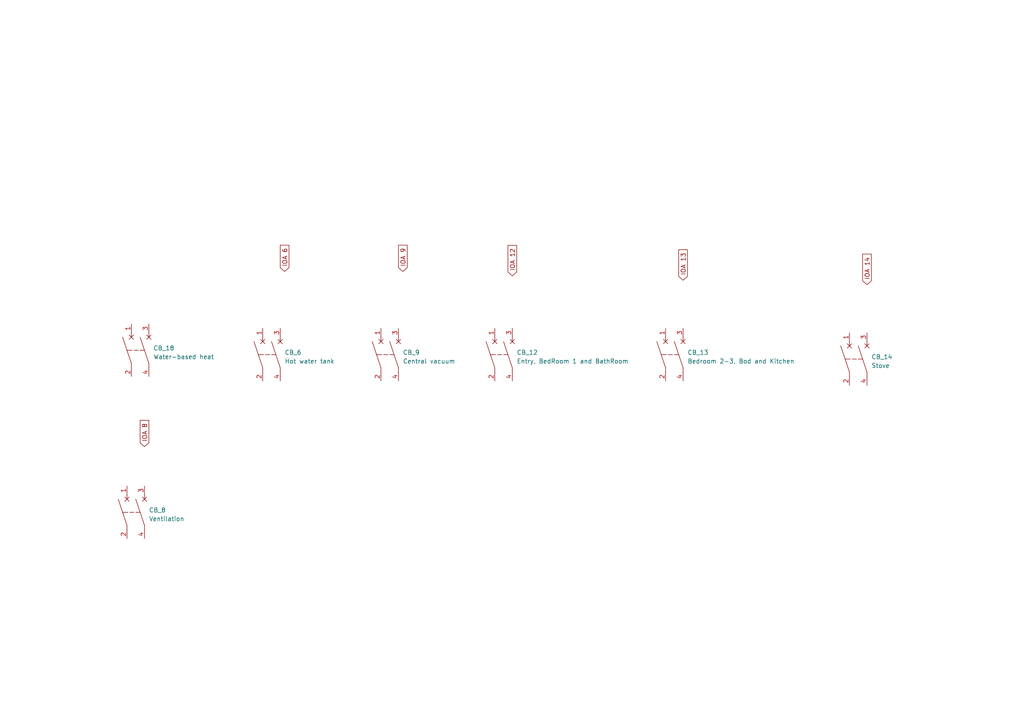
<source format=kicad_sch>
(kicad_sch (version 20230121) (generator eeschema)
  (paper "A4")
  (lib_symbols
    (symbol "Device:CircuitBreaker_2P"
      (property "Reference" "CB" (at 3.81 0 0))
      (property "Value" "CircuitBreaker_2P" (at 3.81 2.54 0))
      (symbol "CircuitBreaker_2P_0_1"
        (polyline (pts (xy -3.81 0) (xy -2.286 0)))
        (polyline (pts (xy -2.54 -3.81) (xy -5.08 3.81)))
        (polyline (pts (xy -1.778 0) (xy -0.508 0)))
        (polyline (pts (xy 0 0) (xy 1.27 0)))
        (polyline (pts (xy 2.54 -5.08) (xy 2.54 -3.81)))
        (polyline (pts (xy 2.54 -3.81) (xy 0 3.81)))
      )
      (symbol "CircuitBreaker_2P_1_1"
        (polyline (pts (xy -3.175 4.445) (xy -1.905 3.175)))
        (polyline (pts (xy -2.54 -3.81) (xy -2.54 -5.08)))
        (polyline (pts (xy -2.54 5.08) (xy -2.54 3.81)))
        (polyline (pts (xy -1.905 4.445) (xy -3.175 3.175)))
        (polyline (pts (xy 1.905 4.445) (xy 3.175 3.175)))
        (polyline (pts (xy 2.54 5.08) (xy 2.54 3.81)))
        (polyline (pts (xy 3.175 4.445) (xy 1.905 3.175)))
        (pin passive line (at -2.54 7.62 270) (length 2.54) (name "~") (number "1"))
        (pin passive line (at -2.54 -7.62 90) (length 2.54) (name "~") (number "2"))
        (pin passive line (at 2.54 7.62 270) (length 2.54) (name "~") (number "3"))
        (pin passive line (at 2.54 -7.62 90) (length 2.54) (name "~") (number "4"))
      )
    )
  )
  (global_label "IOA 6" (shape input) (at 82.55 78.74 90) (property "Intersheetrefs" "${INTERSHEET_REFS}" (effects hide)))
  (global_label "IOA 12" (shape input) (at 148.59 80.01 90) (property "Intersheetrefs" "${INTERSHEET_REFS}" (effects hide)))
  (global_label "IOA 8" (shape input) (at 41.91 129.54 90) (property "Intersheetrefs" "${INTERSHEET_REFS}" (effects hide)))
  (global_label "IOA 14" (shape input) (at 251.46 82.55 90) (property "Intersheetrefs" "${INTERSHEET_REFS}" (effects hide)))
  (global_label "IOA 13" (shape input) (at 198.12 81.28 90) (property "Intersheetrefs" "${INTERSHEET_REFS}" (effects hide)))
  (global_label "IOA 9" (shape input) (at 116.84 78.74 90) (property "Intersheetrefs" "${INTERSHEET_REFS}" (effects hide)))
  (symbol (lib_id "Device:CircuitBreaker_2P") (at 146.05 102.87 0) (unit 1)
    (property "Reference" "CB_12" (at 149.86 102.235 0) (effects (justify left)))
    (property "Value" "Entry, BedRoom 1 and BathRoom" (at 149.86 104.775 0) (effects (justify left)))
  )
  (symbol (lib_id "Device:CircuitBreaker_2P") (at 39.37 148.59 0) (unit 1)
    (property "Reference" "CB_8" (at 43.18 147.955 0) (effects (justify left)))
    (property "Value" "Ventilation" (at 43.18 150.495 0) (effects (justify left)))
  )
  (symbol (lib_id "Device:CircuitBreaker_2P") (at 248.92 104.14 0) (unit 1)
    (property "Reference" "CB_14" (at 252.73 103.505 0) (effects (justify left)))
    (property "Value" "Stove" (at 252.73 106.045 0) (effects (justify left)))
  )
  (symbol (lib_id "Device:CircuitBreaker_2P") (at 40.64 101.6 0) (unit 1)
    (property "Reference" "CB_18" (at 44.45 100.965 0) (effects (justify left)))
    (property "Value" "Water-based heat" (at 44.45 103.505 0) (effects (justify left)))
  )
  (symbol (lib_id "Device:CircuitBreaker_2P") (at 113.03 102.87 0) (unit 1)
    (property "Reference" "CB_9" (at 116.84 102.235 0) (effects (justify left)))
    (property "Value" "Central vacuum" (at 116.84 104.775 0) (effects (justify left)))
  )
  (symbol (lib_id "Device:CircuitBreaker_2P") (at 78.74 102.87 0) (unit 1)
    (property "Reference" "CB_6" (at 82.55 102.235 0) (effects (justify left)))
    (property "Value" "Hot water tank" (at 82.55 104.775 0) (effects (justify left)))
  )
  (symbol (lib_id "Device:CircuitBreaker_2P") (at 195.58 102.87 0) (unit 1)
    (property "Reference" "CB_13" (at 199.39 102.235 0) (effects (justify left)))
    (property "Value" "Bedroom 2-3, Bod and Kitchen" (at 199.39 104.775 0) (effects (justify left)))
  )
)
</source>
